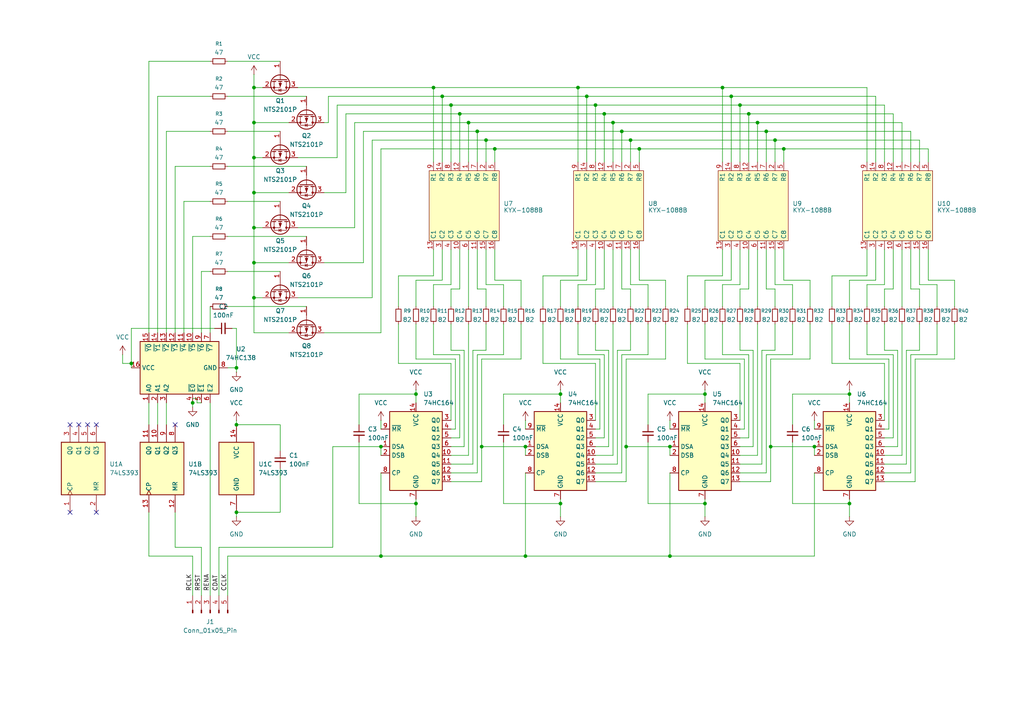
<source format=kicad_sch>
(kicad_sch (version 20250114) (generator "eeschema") (generator_version "9.0")
  (paper "A4")
  (title_block (title "r393c164_32x8") (date "2025-09-25") (rev "R1"))
  (junction (at 209.55 25.4))
  (junction (at 181.61 129.54))
  (junction (at 194.31 129.54))
  (junction (at 73.66 45.72))
  (junction (at 175.26 33.02))
  (junction (at 130.81 30.48))
  (junction (at 152.4 129.54))
  (junction (at 246.38 146.05))
  (junction (at 204.47 114.3))
  (junction (at 167.64 25.4))
  (junction (at 212.09 27.94))
  (junction (at 152.4 161.29))
  (junction (at 139.7 129.54))
  (junction (at 73.66 25.4))
  (junction (at 182.88 40.64))
  (junction (at 73.66 35.56))
  (junction (at 125.73 25.4))
  (junction (at 227.33 43.18))
  (junction (at 110.49 161.29))
  (junction (at 73.66 66.04))
  (junction (at 246.38 114.3))
  (junction (at 73.66 76.2))
  (junction (at 217.17 33.02))
  (junction (at 223.52 129.54))
  (junction (at 120.65 146.05))
  (junction (at 135.89 35.56))
  (junction (at 219.71 35.56))
  (junction (at 214.63 30.48))
  (junction (at 143.51 43.18))
  (junction (at 177.8 35.56))
  (junction (at 222.25 38.1))
  (junction (at 73.66 55.88))
  (junction (at 68.58 123.19))
  (junction (at 140.97 40.64))
  (junction (at 138.43 38.1))
  (junction (at 194.31 161.29))
  (junction (at 172.72 30.48))
  (junction (at 185.42 43.18))
  (junction (at 55.88 116.84))
  (junction (at 224.79 40.64))
  (junction (at 162.56 146.05))
  (junction (at 180.34 38.1))
  (junction (at 110.49 129.54))
  (junction (at 68.58 106.68))
  (junction (at 236.22 129.54))
  (junction (at 128.27 27.94))
  (junction (at 162.56 114.3))
  (junction (at 133.35 33.02))
  (junction (at 170.18 27.94))
  (junction (at 68.58 148.59))
  (junction (at 204.47 146.05))
  (junction (at 38.1 105.41))
  (junction (at 120.65 114.3))
  (junction (at 73.66 86.36))
  (no_connect (at 22.86 123.19))
  (no_connect (at 20.32 148.59))
  (no_connect (at 20.32 123.19))
  (no_connect (at 27.94 123.19))
  (no_connect (at 50.8 123.19))
  (no_connect (at 27.94 148.59))
  (no_connect (at 25.4 123.19))
  (wire (pts (xy 212.09 72.39) (xy 212.09 81.28)))
  (wire (pts (xy 194.31 137.16) (xy 194.31 161.29)))
  (wire (pts (xy 246.38 81.28) (xy 254 81.28)))
  (wire (pts (xy 140.97 93.98) (xy 140.97 101.6)))
  (wire (pts (xy 269.24 43.18) (xy 227.33 43.18)))
  (wire (pts (xy 146.05 128.27) (xy 146.05 146.05)))
  (wire (pts (xy 73.66 55.88) (xy 73.66 66.04)))
  (wire (pts (xy 146.05 114.3) (xy 162.56 114.3)))
  (wire (pts (xy 140.97 101.6) (xy 137.16 101.6)))
  (wire (pts (xy 130.81 83.82) (xy 130.81 88.9)))
  (wire (pts (xy 133.35 102.87) (xy 133.35 127)))
  (wire (pts (xy 125.73 93.98) (xy 125.73 102.87)))
  (wire (pts (xy 96.52 158.75) (xy 63.5 158.75)))
  (wire (pts (xy 259.08 127) (xy 259.08 102.87)))
  (wire (pts (xy 170.18 27.94) (xy 128.27 27.94)))
  (wire (pts (xy 107.95 86.36) (xy 86.36 86.36)))
  (wire (pts (xy 265.43 139.7) (xy 256.54 139.7)))
  (wire (pts (xy 172.72 30.48) (xy 130.81 30.48)))
  (wire (pts (xy 130.81 124.46) (xy 132.08 124.46)))
  (wire (pts (xy 60.96 38.1) (xy 48.26 38.1)))
  (wire (pts (xy 53.34 58.42) (xy 53.34 96.52)))
  (wire (pts (xy 125.73 80.01) (xy 125.73 72.39)))
  (wire (pts (xy 204.47 81.28) (xy 204.47 88.9)))
  (wire (pts (xy 223.52 104.14) (xy 223.52 129.54)))
  (wire (pts (xy 224.79 82.55) (xy 229.87 82.55)))
  (wire (pts (xy 57.15 116.84) (xy 57.15 115.57)))
  (wire (pts (xy 35.56 102.87) (xy 35.56 105.41)))
  (wire (pts (xy 236.22 161.29) (xy 194.31 161.29)))
  (wire (pts (xy 229.87 102.87) (xy 229.87 93.98)))
  (wire (pts (xy 97.79 30.48) (xy 130.81 30.48)))
  (wire (pts (xy 264.16 102.87) (xy 271.78 102.87)))
  (wire (pts (xy 73.66 35.56) (xy 73.66 25.4)))
  (wire (pts (xy 48.26 116.84) (xy 48.26 123.19)))
  (wire (pts (xy 167.64 72.39) (xy 167.64 80.01)))
  (wire (pts (xy 229.87 82.55) (xy 229.87 88.9)))
  (wire (pts (xy 138.43 102.87) (xy 146.05 102.87)))
  (wire (pts (xy 177.8 35.56) (xy 135.89 35.56)))
  (wire (pts (xy 217.17 33.02) (xy 175.26 33.02)))
  (wire (pts (xy 81.28 123.19) (xy 68.58 123.19)))
  (wire (pts (xy 209.55 88.9) (xy 209.55 82.55)))
  (wire (pts (xy 266.7 46.99) (xy 266.7 40.64)))
  (wire (pts (xy 179.07 101.6) (xy 182.88 101.6)))
  (wire (pts (xy 229.87 114.3) (xy 246.38 114.3)))
  (wire (pts (xy 139.7 104.14) (xy 139.7 129.54)))
  (wire (pts (xy 261.62 72.39) (xy 261.62 88.9)))
  (wire (pts (xy 276.86 81.28) (xy 276.86 88.9)))
  (wire (pts (xy 276.86 104.14) (xy 265.43 104.14)))
  (wire (pts (xy 254 46.99) (xy 254 27.94)))
  (wire (pts (xy 115.57 88.9) (xy 115.57 80.01)))
  (wire (pts (xy 140.97 83.82) (xy 140.97 88.9)))
  (wire (pts (xy 172.72 139.7) (xy 181.61 139.7)))
  (wire (pts (xy 143.51 43.18) (xy 143.51 46.99)))
  (wire (pts (xy 222.25 72.39) (xy 222.25 83.82)))
  (wire (pts (xy 73.66 55.88) (xy 73.66 45.72)))
  (wire (pts (xy 236.22 137.16) (xy 236.22 161.29)))
  (wire (pts (xy 224.79 72.39) (xy 224.79 82.55)))
  (wire (pts (xy 241.3 80.01) (xy 251.46 80.01)))
  (wire (pts (xy 50.8 158.75) (xy 58.42 158.75)))
  (wire (pts (xy 50.8 148.59) (xy 50.8 158.75)))
  (wire (pts (xy 182.88 46.99) (xy 182.88 40.64)))
  (wire (pts (xy 266.7 72.39) (xy 266.7 82.55)))
  (wire (pts (xy 104.14 128.27) (xy 104.14 146.05)))
  (wire (pts (xy 172.72 93.98) (xy 172.72 101.6)))
  (wire (pts (xy 229.87 123.19) (xy 229.87 114.3)))
  (wire (pts (xy 266.7 88.9) (xy 266.7 83.82)))
  (wire (pts (xy 137.16 134.62) (xy 130.81 134.62)))
  (wire (pts (xy 176.53 129.54) (xy 172.72 129.54)))
  (wire (pts (xy 139.7 129.54) (xy 139.7 139.7)))
  (wire (pts (xy 58.42 158.75) (xy 58.42 172.72)))
  (wire (pts (xy 227.33 81.28) (xy 234.95 81.28)))
  (wire (pts (xy 259.08 83.82) (xy 256.54 83.82)))
  (wire (pts (xy 261.62 93.98) (xy 261.62 132.08)))
  (wire (pts (xy 81.28 135.89) (xy 81.28 148.59)))
  (wire (pts (xy 256.54 46.99) (xy 256.54 30.48)))
  (wire (pts (xy 66.04 58.42) (xy 81.28 58.42)))
  (wire (pts (xy 175.26 83.82) (xy 175.26 72.39)))
  (wire (pts (xy 180.34 137.16) (xy 172.72 137.16)))
  (wire (pts (xy 177.8 93.98) (xy 177.8 132.08)))
  (wire (pts (xy 167.64 93.98) (xy 167.64 102.87)))
  (wire (pts (xy 120.65 104.14) (xy 132.08 104.14)))
  (wire (pts (xy 140.97 82.55) (xy 146.05 82.55)))
  (wire (pts (xy 260.35 101.6) (xy 260.35 129.54)))
  (wire (pts (xy 217.17 83.82) (xy 214.63 83.82)))
  (wire (pts (xy 234.95 81.28) (xy 234.95 88.9)))
  (wire (pts (xy 209.55 93.98) (xy 209.55 102.87)))
  (wire (pts (xy 222.25 102.87) (xy 229.87 102.87)))
  (wire (pts (xy 220.98 101.6) (xy 224.79 101.6)))
  (wire (pts (xy 73.66 86.36) (xy 76.2 86.36)))
  (wire (pts (xy 256.54 93.98) (xy 256.54 101.6)))
  (wire (pts (xy 209.55 80.01) (xy 209.55 72.39)))
  (wire (pts (xy 214.63 82.55) (xy 214.63 72.39)))
  (wire (pts (xy 194.31 129.54) (xy 194.31 132.08)))
  (wire (pts (xy 256.54 101.6) (xy 260.35 101.6)))
  (wire (pts (xy 222.25 83.82) (xy 224.79 83.82)))
  (wire (pts (xy 215.9 104.14) (xy 215.9 124.46)))
  (wire (pts (xy 57.15 115.57) (xy 55.88 115.57)))
  (wire (pts (xy 241.3 105.41) (xy 256.54 105.41)))
  (wire (pts (xy 209.55 46.99) (xy 209.55 25.4)))
  (wire (pts (xy 187.96 82.55) (xy 187.96 88.9)))
  (wire (pts (xy 181.61 104.14) (xy 181.61 129.54)))
  (wire (pts (xy 68.58 106.68) (xy 68.58 107.95)))
  (wire (pts (xy 73.66 35.56) (xy 83.82 35.56)))
  (wire (pts (xy 187.96 102.87) (xy 180.34 102.87)))
  (wire (pts (xy 246.38 104.14) (xy 257.81 104.14)))
  (wire (pts (xy 110.49 129.54) (xy 96.52 129.54)))
  (wire (pts (xy 172.72 46.99) (xy 172.72 30.48)))
  (wire (pts (xy 162.56 104.14) (xy 173.99 104.14)))
  (wire (pts (xy 182.88 82.55) (xy 187.96 82.55)))
  (wire (pts (xy 227.33 46.99) (xy 227.33 43.18)))
  (wire (pts (xy 76.2 25.4) (xy 73.66 25.4)))
  (wire (pts (xy 43.18 161.29) (xy 55.88 161.29)))
  (wire (pts (xy 180.34 46.99) (xy 180.34 38.1)))
  (wire (pts (xy 138.43 38.1) (xy 138.43 46.99)))
  (wire (pts (xy 120.65 113.03) (xy 120.65 114.3)))
  (wire (pts (xy 185.42 46.99) (xy 185.42 43.18)))
  (wire (pts (xy 256.54 82.55) (xy 251.46 82.55)))
  (wire (pts (xy 224.79 83.82) (xy 224.79 88.9)))
  (wire (pts (xy 38.1 106.68) (xy 38.1 105.41)))
  (wire (pts (xy 66.04 27.94) (xy 88.9 27.94)))
  (wire (pts (xy 209.55 25.4) (xy 167.64 25.4)))
  (wire (pts (xy 162.56 81.28) (xy 170.18 81.28)))
  (wire (pts (xy 125.73 102.87) (xy 133.35 102.87)))
  (wire (pts (xy 251.46 82.55) (xy 251.46 88.9)))
  (wire (pts (xy 180.34 38.1) (xy 138.43 38.1)))
  (wire (pts (xy 96.52 129.54) (xy 96.52 158.75)))
  (wire (pts (xy 219.71 46.99) (xy 219.71 35.56)))
  (wire (pts (xy 217.17 127) (xy 214.63 127)))
  (wire (pts (xy 187.96 128.27) (xy 187.96 146.05)))
  (wire (pts (xy 177.8 132.08) (xy 172.72 132.08)))
  (wire (pts (xy 128.27 46.99) (xy 128.27 27.94)))
  (wire (pts (xy 172.72 101.6) (xy 176.53 101.6)))
  (wire (pts (xy 246.38 88.9) (xy 246.38 81.28)))
  (wire (pts (xy 128.27 72.39) (xy 128.27 81.28)))
  (wire (pts (xy 152.4 121.92) (xy 152.4 124.46)))
  (wire (pts (xy 73.66 55.88) (xy 83.82 55.88)))
  (wire (pts (xy 45.72 116.84) (xy 45.72 123.19)))
  (wire (pts (xy 60.96 116.84) (xy 60.96 172.72)))
  (wire (pts (xy 60.96 58.42) (xy 53.34 58.42)))
  (wire (pts (xy 266.7 83.82) (xy 264.16 83.82)))
  (wire (pts (xy 63.5 158.75) (xy 63.5 172.72)))
  (wire (pts (xy 256.54 129.54) (xy 260.35 129.54)))
  (wire (pts (xy 257.81 124.46) (xy 256.54 124.46)))
  (wire (pts (xy 204.47 104.14) (xy 215.9 104.14)))
  (wire (pts (xy 261.62 35.56) (xy 219.71 35.56)))
  (wire (pts (xy 95.25 27.94) (xy 95.25 35.56)))
  (wire (pts (xy 57.15 116.84) (xy 58.42 116.84)))
  (wire (pts (xy 180.34 72.39) (xy 180.34 83.82)))
  (wire (pts (xy 133.35 72.39) (xy 133.35 83.82)))
  (wire (pts (xy 146.05 82.55) (xy 146.05 88.9)))
  (wire (pts (xy 134.62 129.54) (xy 130.81 129.54)))
  (wire (pts (xy 167.64 80.01) (xy 157.48 80.01)))
  (wire (pts (xy 97.79 45.72) (xy 97.79 30.48)))
  (wire (pts (xy 227.33 72.39) (xy 227.33 81.28)))
  (wire (pts (xy 135.89 132.08) (xy 130.81 132.08)))
  (wire (pts (xy 175.26 127) (xy 172.72 127)))
  (wire (pts (xy 236.22 121.92) (xy 236.22 124.46)))
  (wire (pts (xy 100.33 33.02) (xy 100.33 55.88)))
  (wire (pts (xy 143.51 72.39) (xy 143.51 81.28)))
  (wire (pts (xy 152.4 161.29) (xy 152.4 137.16)))
  (wire (pts (xy 246.38 93.98) (xy 246.38 104.14)))
  (wire (pts (xy 214.63 93.98) (xy 214.63 101.6)))
  (wire (pts (xy 146.05 102.87) (xy 146.05 93.98)))
  (wire (pts (xy 107.95 40.64) (xy 107.95 86.36)))
  (wire (pts (xy 133.35 83.82) (xy 130.81 83.82)))
  (wire (pts (xy 43.18 161.29) (xy 43.18 148.59)))
  (wire (pts (xy 43.18 17.78) (xy 43.18 96.52)))
  (wire (pts (xy 193.04 81.28) (xy 193.04 88.9)))
  (wire (pts (xy 256.54 105.41) (xy 256.54 121.92)))
  (wire (pts (xy 214.63 137.16) (xy 222.25 137.16)))
  (wire (pts (xy 130.81 137.16) (xy 138.43 137.16)))
  (wire (pts (xy 67.31 95.25) (xy 68.58 95.25)))
  (wire (pts (xy 259.08 102.87) (xy 251.46 102.87)))
  (wire (pts (xy 66.04 78.74) (xy 81.28 78.74)))
  (wire (pts (xy 179.07 134.62) (xy 179.07 101.6)))
  (wire (pts (xy 76.2 45.72) (xy 73.66 45.72)))
  (wire (pts (xy 214.63 139.7) (xy 223.52 139.7)))
  (wire (pts (xy 194.31 121.92) (xy 194.31 124.46)))
  (wire (pts (xy 152.4 161.29) (xy 110.49 161.29)))
  (wire (pts (xy 93.98 76.2) (xy 105.41 76.2)))
  (wire (pts (xy 140.97 40.64) (xy 107.95 40.64)))
  (wire (pts (xy 217.17 46.99) (xy 217.17 33.02)))
  (wire (pts (xy 271.78 102.87) (xy 271.78 93.98)))
  (wire (pts (xy 172.72 105.41) (xy 157.48 105.41)))
  (wire (pts (xy 128.27 27.94) (xy 95.25 27.94)))
  (wire (pts (xy 105.41 76.2) (xy 105.41 38.1)))
  (wire (pts (xy 180.34 102.87) (xy 180.34 137.16)))
  (wire (pts (xy 130.81 105.41) (xy 115.57 105.41)))
  (wire (pts (xy 134.62 101.6) (xy 134.62 129.54)))
  (wire (pts (xy 105.41 38.1) (xy 138.43 38.1)))
  (wire (pts (xy 224.79 40.64) (xy 182.88 40.64)))
  (wire (pts (xy 209.55 82.55) (xy 214.63 82.55)))
  (wire (pts (xy 115.57 105.41) (xy 115.57 93.98)))
  (wire (pts (xy 222.25 38.1) (xy 180.34 38.1)))
  (wire (pts (xy 212.09 27.94) (xy 170.18 27.94)))
  (wire (pts (xy 73.66 76.2) (xy 73.66 66.04)))
  (wire (pts (xy 132.08 104.14) (xy 132.08 124.46)))
  (wire (pts (xy 223.52 129.54) (xy 236.22 129.54)))
  (wire (pts (xy 73.66 21.59) (xy 73.66 25.4)))
  (wire (pts (xy 220.98 134.62) (xy 220.98 101.6)))
  (wire (pts (xy 212.09 46.99) (xy 212.09 27.94)))
  (wire (pts (xy 214.63 105.41) (xy 214.63 121.92)))
  (wire (pts (xy 130.81 139.7) (xy 139.7 139.7)))
  (wire (pts (xy 187.96 114.3) (xy 204.47 114.3)))
  (wire (pts (xy 120.65 81.28) (xy 120.65 88.9)))
  (wire (pts (xy 262.89 101.6) (xy 262.89 134.62)))
  (wire (pts (xy 55.88 115.57) (xy 55.88 116.84)))
  (wire (pts (xy 151.13 93.98) (xy 151.13 104.14)))
  (wire (pts (xy 66.04 38.1) (xy 81.28 38.1)))
  (wire (pts (xy 60.96 88.9) (xy 60.96 96.52)))
  (wire (pts (xy 256.54 72.39) (xy 256.54 82.55)))
  (wire (pts (xy 217.17 102.87) (xy 217.17 127)))
  (wire (pts (xy 212.09 81.28) (xy 204.47 81.28)))
  (wire (pts (xy 110.49 129.54) (xy 110.49 132.08)))
  (wire (pts (xy 146.05 123.19) (xy 146.05 114.3)))
  (wire (pts (xy 104.14 123.19) (xy 104.14 114.3)))
  (wire (pts (xy 130.81 101.6) (xy 134.62 101.6)))
  (wire (pts (xy 172.72 121.92) (xy 172.72 105.41)))
  (wire (pts (xy 100.33 55.88) (xy 93.98 55.88)))
  (wire (pts (xy 58.42 78.74) (xy 58.42 96.52)))
  (wire (pts (xy 110.49 161.29) (xy 66.04 161.29)))
  (wire (pts (xy 214.63 101.6) (xy 218.44 101.6)))
  (wire (pts (xy 217.17 72.39) (xy 217.17 83.82)))
  (wire (pts (xy 266.7 93.98) (xy 266.7 101.6)))
  (wire (pts (xy 204.47 144.78) (xy 204.47 146.05)))
  (wire (pts (xy 135.89 35.56) (xy 102.87 35.56)))
  (wire (pts (xy 93.98 96.52) (xy 110.49 96.52)))
  (wire (pts (xy 151.13 104.14) (xy 139.7 104.14)))
  (wire (pts (xy 167.64 46.99) (xy 167.64 25.4)))
  (wire (pts (xy 276.86 93.98) (xy 276.86 104.14)))
  (wire (pts (xy 172.72 134.62) (xy 179.07 134.62)))
  (wire (pts (xy 86.36 45.72) (xy 97.79 45.72)))
  (wire (pts (xy 182.88 101.6) (xy 182.88 93.98)))
  (wire (pts (xy 204.47 114.3) (xy 204.47 116.84)))
  (wire (pts (xy 73.66 76.2) (xy 73.66 86.36)))
  (wire (pts (xy 182.88 72.39) (xy 182.88 82.55)))
  (wire (pts (xy 223.52 129.54) (xy 223.52 139.7)))
  (wire (pts (xy 110.49 121.92) (xy 110.49 124.46)))
  (wire (pts (xy 219.71 132.08) (xy 214.63 132.08)))
  (wire (pts (xy 102.87 66.04) (xy 86.36 66.04)))
  (wire (pts (xy 180.34 83.82) (xy 182.88 83.82)))
  (wire (pts (xy 266.7 40.64) (xy 224.79 40.64)))
  (wire (pts (xy 251.46 102.87) (xy 251.46 93.98)))
  (wire (pts (xy 151.13 81.28) (xy 151.13 88.9)))
  (wire (pts (xy 214.63 83.82) (xy 214.63 88.9)))
  (wire (pts (xy 128.27 81.28) (xy 120.65 81.28)))
  (wire (pts (xy 140.97 72.39) (xy 140.97 82.55)))
  (wire (pts (xy 143.51 81.28) (xy 151.13 81.28)))
  (wire (pts (xy 199.39 93.98) (xy 199.39 105.41)))
  (wire (pts (xy 269.24 46.99) (xy 269.24 43.18)))
  (wire (pts (xy 251.46 25.4) (xy 209.55 25.4)))
  (wire (pts (xy 264.16 137.16) (xy 264.16 102.87)))
  (wire (pts (xy 73.66 96.52) (xy 73.66 86.36)))
  (wire (pts (xy 219.71 35.56) (xy 177.8 35.56)))
  (wire (pts (xy 256.54 83.82) (xy 256.54 88.9)))
  (wire (pts (xy 102.87 35.56) (xy 102.87 66.04)))
  (wire (pts (xy 199.39 80.01) (xy 209.55 80.01)))
  (wire (pts (xy 185.42 72.39) (xy 185.42 81.28)))
  (wire (pts (xy 246.38 144.78) (xy 246.38 146.05)))
  (wire (pts (xy 257.81 104.14) (xy 257.81 124.46)))
  (wire (pts (xy 167.64 102.87) (xy 175.26 102.87)))
  (wire (pts (xy 125.73 88.9) (xy 125.73 82.55)))
  (wire (pts (xy 86.36 25.4) (xy 125.73 25.4)))
  (wire (pts (xy 135.89 93.98) (xy 135.89 132.08)))
  (wire (pts (xy 269.24 81.28) (xy 276.86 81.28)))
  (wire (pts (xy 162.56 88.9) (xy 162.56 81.28)))
  (wire (pts (xy 157.48 80.01) (xy 157.48 88.9)))
  (wire (pts (xy 175.26 33.02) (xy 133.35 33.02)))
  (wire (pts (xy 137.16 101.6) (xy 137.16 134.62)))
  (wire (pts (xy 209.55 102.87) (xy 217.17 102.87)))
  (wire (pts (xy 256.54 132.08) (xy 261.62 132.08)))
  (wire (pts (xy 246.38 146.05) (xy 246.38 149.86)))
  (wire (pts (xy 55.88 116.84) (xy 55.88 118.11)))
  (wire (pts (xy 138.43 72.39) (xy 138.43 83.82)))
  (wire (pts (xy 66.04 68.58) (xy 88.9 68.58)))
  (wire (pts (xy 146.05 146.05) (xy 162.56 146.05)))
  (wire (pts (xy 167.64 25.4) (xy 125.73 25.4)))
  (wire (pts (xy 204.47 113.03) (xy 204.47 114.3)))
  (wire (pts (xy 120.65 146.05) (xy 120.65 149.86)))
  (wire (pts (xy 224.79 101.6) (xy 224.79 93.98)))
  (wire (pts (xy 133.35 127) (xy 130.81 127)))
  (wire (pts (xy 81.28 148.59) (xy 68.58 148.59)))
  (wire (pts (xy 193.04 93.98) (xy 193.04 104.14)))
  (wire (pts (xy 259.08 46.99) (xy 259.08 33.02)))
  (wire (pts (xy 66.04 161.29) (xy 66.04 172.72)))
  (wire (pts (xy 204.47 146.05) (xy 204.47 149.86)))
  (wire (pts (xy 83.82 96.52) (xy 73.66 96.52)))
  (wire (pts (xy 172.72 88.9) (xy 172.72 83.82)))
  (wire (pts (xy 138.43 137.16) (xy 138.43 102.87)))
  (wire (pts (xy 261.62 46.99) (xy 261.62 35.56)))
  (wire (pts (xy 157.48 93.98) (xy 157.48 105.41)))
  (wire (pts (xy 130.81 93.98) (xy 130.81 101.6)))
  (wire (pts (xy 229.87 128.27) (xy 229.87 146.05)))
  (wire (pts (xy 60.96 68.58) (xy 55.88 68.58)))
  (wire (pts (xy 251.46 46.99) (xy 251.46 25.4)))
  (wire (pts (xy 162.56 144.78) (xy 162.56 146.05)))
  (wire (pts (xy 172.72 83.82) (xy 175.26 83.82)))
  (wire (pts (xy 264.16 46.99) (xy 264.16 38.1)))
  (wire (pts (xy 162.56 93.98) (xy 162.56 104.14)))
  (wire (pts (xy 259.08 72.39) (xy 259.08 83.82)))
  (wire (pts (xy 130.81 82.55) (xy 130.81 72.39)))
  (wire (pts (xy 264.16 83.82) (xy 264.16 72.39)))
  (wire (pts (xy 125.73 25.4) (xy 125.73 46.99)))
  (wire (pts (xy 140.97 46.99) (xy 140.97 40.64)))
  (wire (pts (xy 110.49 43.18) (xy 143.51 43.18)))
  (wire (pts (xy 162.56 114.3) (xy 162.56 116.84)))
  (wire (pts (xy 218.44 101.6) (xy 218.44 129.54)))
  (wire (pts (xy 35.56 105.41) (xy 38.1 105.41)))
  (wire (pts (xy 48.26 38.1) (xy 48.26 96.52)))
  (wire (pts (xy 60.96 17.78) (xy 43.18 17.78)))
  (wire (pts (xy 177.8 72.39) (xy 177.8 88.9)))
  (wire (pts (xy 76.2 66.04) (xy 73.66 66.04)))
  (wire (pts (xy 227.33 43.18) (xy 185.42 43.18)))
  (wire (pts (xy 266.7 82.55) (xy 271.78 82.55)))
  (wire (pts (xy 185.42 81.28) (xy 193.04 81.28)))
  (wire (pts (xy 241.3 80.01) (xy 241.3 88.9)))
  (wire (pts (xy 199.39 105.41) (xy 214.63 105.41)))
  (wire (pts (xy 162.56 146.05) (xy 162.56 149.86)))
  (wire (pts (xy 256.54 137.16) (xy 264.16 137.16)))
  (wire (pts (xy 66.04 106.68) (xy 68.58 106.68)))
  (wire (pts (xy 172.72 82.55) (xy 167.64 82.55)))
  (wire (pts (xy 266.7 101.6) (xy 262.89 101.6)))
  (wire (pts (xy 214.63 46.99) (xy 214.63 30.48)))
  (wire (pts (xy 259.08 33.02) (xy 217.17 33.02)))
  (wire (pts (xy 175.26 102.87) (xy 175.26 127)))
  (wire (pts (xy 181.61 129.54) (xy 181.61 139.7)))
  (wire (pts (xy 120.65 114.3) (xy 120.65 116.84)))
  (wire (pts (xy 81.28 123.19) (xy 81.28 130.81)))
  (wire (pts (xy 170.18 46.99) (xy 170.18 27.94)))
  (wire (pts (xy 133.35 46.99) (xy 133.35 33.02)))
  (wire (pts (xy 269.24 72.39) (xy 269.24 81.28)))
  (wire (pts (xy 234.95 93.98) (xy 234.95 104.14)))
  (wire (pts (xy 254 81.28) (xy 254 72.39)))
  (wire (pts (xy 167.64 82.55) (xy 167.64 88.9)))
  (wire (pts (xy 60.96 48.26) (xy 50.8 48.26)))
  (wire (pts (xy 135.89 46.99) (xy 135.89 35.56)))
  (wire (pts (xy 60.96 78.74) (xy 58.42 78.74)))
  (wire (pts (xy 251.46 80.01) (xy 251.46 72.39)))
  (wire (pts (xy 104.14 114.3) (xy 120.65 114.3)))
  (wire (pts (xy 138.43 83.82) (xy 140.97 83.82)))
  (wire (pts (xy 68.58 121.92) (xy 68.58 123.19)))
  (wire (pts (xy 55.88 68.58) (xy 55.88 96.52)))
  (wire (pts (xy 246.38 113.03) (xy 246.38 114.3)))
  (wire (pts (xy 162.56 113.03) (xy 162.56 114.3)))
  (wire (pts (xy 55.88 161.29) (xy 55.88 172.72)))
  (wire (pts (xy 194.31 161.29) (xy 152.4 161.29)))
  (wire (pts (xy 219.71 72.39) (xy 219.71 88.9)))
  (wire (pts (xy 68.58 149.86) (xy 68.58 148.59)))
  (wire (pts (xy 130.81 30.48) (xy 130.81 46.99)))
  (wire (pts (xy 110.49 96.52) (xy 110.49 43.18)))
  (wire (pts (xy 43.18 116.84) (xy 43.18 123.19)))
  (wire (pts (xy 229.87 146.05) (xy 246.38 146.05)))
  (wire (pts (xy 170.18 81.28) (xy 170.18 72.39)))
  (wire (pts (xy 271.78 82.55) (xy 271.78 88.9)))
  (wire (pts (xy 187.96 123.19) (xy 187.96 114.3)))
  (wire (pts (xy 115.57 80.01) (xy 125.73 80.01)))
  (wire (pts (xy 219.71 93.98) (xy 219.71 132.08)))
  (wire (pts (xy 222.25 137.16) (xy 222.25 102.87)))
  (wire (pts (xy 254 27.94) (xy 212.09 27.94)))
  (wire (pts (xy 259.08 127) (xy 256.54 127)))
  (wire (pts (xy 104.14 146.05) (xy 120.65 146.05)))
  (wire (pts (xy 172.72 72.39) (xy 172.72 82.55)))
  (wire (pts (xy 110.49 161.29) (xy 110.49 137.16)))
  (wire (pts (xy 265.43 104.14) (xy 265.43 139.7)))
  (wire (pts (xy 222.25 46.99) (xy 222.25 38.1)))
  (wire (pts (xy 66.04 88.9) (xy 88.9 88.9)))
  (wire (pts (xy 173.99 124.46) (xy 172.72 124.46)))
  (wire (pts (xy 152.4 129.54) (xy 152.4 132.08)))
  (wire (pts (xy 130.81 121.92) (xy 130.81 105.41)))
  (wire (pts (xy 60.96 27.94) (xy 45.72 27.94)))
  (wire (pts (xy 139.7 129.54) (xy 152.4 129.54)))
  (wire (pts (xy 234.95 104.14) (xy 223.52 104.14)))
  (wire (pts (xy 256.54 30.48) (xy 214.63 30.48)))
  (wire (pts (xy 214.63 30.48) (xy 172.72 30.48)))
  (wire (pts (xy 182.88 40.64) (xy 140.97 40.64)))
  (wire (pts (xy 181.61 129.54) (xy 194.31 129.54)))
  (wire (pts (xy 182.88 83.82) (xy 182.88 88.9)))
  (wire (pts (xy 214.63 134.62) (xy 220.98 134.62)))
  (wire (pts (xy 66.04 17.78) (xy 81.28 17.78)))
  (wire (pts (xy 120.65 144.78) (xy 120.65 146.05)))
  (wire (pts (xy 246.38 114.3) (xy 246.38 116.84)))
  (wire (pts (xy 133.35 33.02) (xy 100.33 33.02)))
  (wire (pts (xy 68.58 95.25) (xy 68.58 106.68)))
  (wire (pts (xy 62.23 95.25) (xy 38.1 95.25)))
  (wire (pts (xy 177.8 46.99) (xy 177.8 35.56)))
  (wire (pts (xy 125.73 82.55) (xy 130.81 82.55)))
  (wire (pts (xy 204.47 93.98) (xy 204.47 104.14)))
  (wire (pts (xy 193.04 104.14) (xy 181.61 104.14)))
  (wire (pts (xy 173.99 104.14) (xy 173.99 124.46)))
  (wire (pts (xy 45.72 27.94) (xy 45.72 96.52)))
  (wire (pts (xy 214.63 129.54) (xy 218.44 129.54)))
  (wire (pts (xy 262.89 134.62) (xy 256.54 134.62)))
  (wire (pts (xy 135.89 72.39) (xy 135.89 88.9)))
  (wire (pts (xy 187.96 146.05) (xy 204.47 146.05)))
  (wire (pts (xy 73.66 35.56) (xy 73.66 45.72)))
  (wire (pts (xy 175.26 46.99) (xy 175.26 33.02)))
  (wire (pts (xy 224.79 46.99) (xy 224.79 40.64)))
  (wire (pts (xy 215.9 124.46) (xy 214.63 124.46)))
  (wire (pts (xy 38.1 95.25) (xy 38.1 105.41)))
  (wire (pts (xy 50.8 48.26) (xy 50.8 96.52)))
  (wire (pts (xy 236.22 129.54) (xy 236.22 132.08)))
  (wire (pts (xy 264.16 38.1) (xy 222.25 38.1)))
  (wire (pts (xy 66.04 48.26) (xy 88.9 48.26)))
  (wire (pts (xy 185.42 43.18) (xy 143.51 43.18)))
  (wire (pts (xy 73.66 76.2) (xy 83.82 76.2)))
  (wire (pts (xy 120.65 93.98) (xy 120.65 104.14)))
  (wire (pts (xy 199.39 88.9) (xy 199.39 80.01)))
  (wire (pts (xy 95.25 35.56) (xy 93.98 35.56)))
  (wire (pts (xy 176.53 101.6) (xy 176.53 129.54)))
  (wire (pts (xy 187.96 93.98) (xy 187.96 102.87)))
  (wire (pts (xy 241.3 93.98) (xy 241.3 105.41)))
  (label "RCLK" (at 55.88 171.45 90))
  (label "CDAT" (at 63.5 171.45 90))
  (label "CCLK" (at 66.04 171.45 90))
  (label "RRST" (at 58.42 171.45 90))
  (label "RENA" (at 60.96 171.45 90))
  (symbol (lib_id "Device:R_Small") (at 157.48 91.44 0) (unit 1)
    (property "Reference" "R17" (at 160.02 90.1699 0) (effects (font (size 1.016 1.016))))
    (property "Value" "82" (at 160.02 92.7099 0))
    (property "Footprint" "Resistor_SMD:R_0805_2012Metric_Pad1.20x1.40mm_HandSolder" (effects (hide yes)))
    (property "Description" "Resistor, small symbol" (effects (hide yes)))
  )
  (symbol (lib_id "Device:R_Small") (at 204.47 91.44 0) (unit 1)
    (property "Reference" "R26" (at 207.01 90.1699 0) (effects (font (size 1.016 1.016))))
    (property "Value" "82" (at 207.01 92.7099 0))
    (property "Footprint" "Resistor_SMD:R_0805_2012Metric_Pad1.20x1.40mm_HandSolder" (effects (hide yes)))
    (property "Description" "Resistor, small symbol" (effects (hide yes)))
  )
  (symbol (lib_id "Device:R_Small") (at 140.97 91.44 0) (unit 1)
    (property "Reference" "R14" (at 143.51 90.1699 0) (effects (font (size 1.016 1.016))))
    (property "Value" "82" (at 143.51 92.7099 0))
    (property "Footprint" "Resistor_SMD:R_0805_2012Metric_Pad1.20x1.40mm_HandSolder" (effects (hide yes)))
    (property "Description" "Resistor, small symbol" (effects (hide yes)))
  )
  (symbol (lib_id "Transistor_FET:Q_PMOS_GSD") (at 88.9 53.34 270) (unit 1)
    (property "Reference" "Q4" (at 88.9 59.69 90))
    (property "Value" "NTS2101P" (at 88.9 62.23 90))
    (property "Footprint" "Package_TO_SOT_SMD:SOT-23" (effects (hide yes)))
    (property "Description" "P-MOSFET transistor, gate/source/drain" (effects (hide yes)))
  )
  (symbol (lib_id "Transistor_FET:Q_PMOS_GSD") (at 81.28 43.18 270) (unit 1)
    (property "Reference" "Q3" (at 81.28 49.53 90))
    (property "Value" "NTS2101P" (at 81.28 52.07 90))
    (property "Footprint" "Package_TO_SOT_SMD:SOT-23" (effects (hide yes)))
    (property "Description" "P-MOSFET transistor, gate/source/drain" (effects (hide yes)))
  )
  (symbol (lib_id "Device:R_Small") (at 63.5 27.94 90) (unit 1)
    (property "Reference" "R2" (at 63.5 22.86 90) (effects (font (size 1.016 1.016))))
    (property "Value" "47" (at 63.5 25.4 90))
    (property "Footprint" "Resistor_SMD:R_0805_2012Metric_Pad1.20x1.40mm_HandSolder" (effects (hide yes)))
    (property "Description" "Resistor, small symbol" (effects (hide yes)))
  )
  (symbol (lib_id "Device:R_Small") (at 241.3 91.44 0) (unit 1)
    (property "Reference" "R33" (at 243.84 90.1699 0) (effects (font (size 1.016 1.016))))
    (property "Value" "82" (at 243.84 92.7099 0))
    (property "Footprint" "Resistor_SMD:R_0805_2012Metric_Pad1.20x1.40mm_HandSolder" (effects (hide yes)))
    (property "Description" "Resistor, small symbol" (effects (hide yes)))
  )
  (symbol (lib_id "Device:R_Small") (at 167.64 91.44 0) (unit 1)
    (property "Reference" "R19" (at 170.18 90.1699 0) (effects (font (size 1.016 1.016))))
    (property "Value" "82" (at 170.18 92.7099 0))
    (property "Footprint" "Resistor_SMD:R_0805_2012Metric_Pad1.20x1.40mm_HandSolder" (effects (hide yes)))
    (property "Description" "Resistor, small symbol" (effects (hide yes)))
  )
  (symbol (lib_id "Device:R_Small") (at 219.71 91.44 0) (unit 1)
    (property "Reference" "R29" (at 222.25 90.1699 0) (effects (font (size 1.016 1.016))))
    (property "Value" "82" (at 222.25 92.7099 0))
    (property "Footprint" "Resistor_SMD:R_0805_2012Metric_Pad1.20x1.40mm_HandSolder" (effects (hide yes)))
    (property "Description" "Resistor, small symbol" (effects (hide yes)))
  )
  (symbol (lib_id "Device:R_Small") (at 146.05 91.44 0) (unit 1)
    (property "Reference" "R15" (at 148.59 90.1699 0) (effects (font (size 1.016 1.016))))
    (property "Value" "82" (at 148.59 92.7099 0))
    (property "Footprint" "Resistor_SMD:R_0805_2012Metric_Pad1.20x1.40mm_HandSolder" (effects (hide yes)))
    (property "Description" "Resistor, small symbol" (effects (hide yes)))
  )
  (symbol (lib_id "power:GND") (at 68.58 107.95 0) (unit 1)
    (property "Reference" "#PWR012" (effects (hide yes)))
    (property "Value" "GND" (at 68.58 113.03 0))
    (property "Description" "Power symbol creates a global label with name \"GND\" , ground" (effects (hide yes)))
  )
  (symbol (lib_id "Transistor_FET:Q_PMOS_GSD") (at 88.9 73.66 270) (unit 1)
    (property "Reference" "Q6" (at 88.9 80.01 90))
    (property "Value" "NTS2101P" (at 88.9 82.55 90))
    (property "Footprint" "Package_TO_SOT_SMD:SOT-23" (effects (hide yes)))
    (property "Description" "P-MOSFET transistor, gate/source/drain" (effects (hide yes)))
  )
  (symbol (lib_id "Display_DotMatrix:KYX_1088B") (at 134.62 59.69 0) (unit 1)
    (property "Reference" "U7" (at 146.05 59.0549 0) (effects (justify left)))
    (property "Value" "KYX-1088B" (at 146.05 60.96 0) (effects (justify left)))
    (property "Footprint" "Display_DotMatrix:KYX-1088AB" (effects (hide yes)))
  )
  (symbol (lib_id "Device:R_Small") (at 182.88 91.44 0) (unit 1)
    (property "Reference" "R22" (at 185.42 90.1699 0) (effects (font (size 1.016 1.016))))
    (property "Value" "82" (at 185.42 92.7099 0))
    (property "Footprint" "Resistor_SMD:R_0805_2012Metric_Pad1.20x1.40mm_HandSolder" (effects (hide yes)))
    (property "Description" "Resistor, small symbol" (effects (hide yes)))
  )
  (symbol (lib_id "Device:R_Small") (at 151.13 91.44 0) (unit 1)
    (property "Reference" "R16" (at 153.67 90.1699 0) (effects (font (size 1.016 1.016))))
    (property "Value" "82" (at 153.67 92.7099 0))
    (property "Footprint" "Resistor_SMD:R_0805_2012Metric_Pad1.20x1.40mm_HandSolder" (effects (hide yes)))
    (property "Description" "Resistor, small symbol" (effects (hide yes)))
  )
  (symbol (lib_id "Device:R_Small") (at 63.5 88.9 90) (unit 1)
    (property "Reference" "R8" (at 63.5 83.82 90) (effects (font (size 1.016 1.016))))
    (property "Value" "47" (at 63.5 86.36 90))
    (property "Footprint" "Resistor_SMD:R_0805_2012Metric_Pad1.20x1.40mm_HandSolder" (effects (hide yes)))
    (property "Description" "Resistor, small symbol" (effects (hide yes)))
  )
  (symbol (lib_id "power:VCC") (at 35.56 102.87 0) (unit 1)
    (property "Reference" "#PWR011" (effects (hide yes)))
    (property "Value" "VCC" (at 35.56 97.79 0))
    (property "Description" "Power symbol creates a global label with name \"VCC\"" (effects (hide yes)))
  )
  (symbol (lib_id "Connector:Conn_01x05_Pin") (at 60.96 177.8 90) (unit 1)
    (property "Reference" "J1" (at 60.96 180.34 90))
    (property "Value" "Conn_01x05_Pin" (at 60.96 182.88 90))
    (property "Footprint" "Connector_PinHeader_2.54mm:PinHeader_1x05_P2.54mm_Vertical" (effects (hide yes)))
    (property "Description" "Generic connector, single row, 01x05, script generated" (effects (hide yes)))
  )
  (symbol (lib_id "Device:R_Small") (at 125.73 91.44 0) (unit 1)
    (property "Reference" "R11" (at 128.27 90.1699 0) (effects (font (size 1.016 1.016))))
    (property "Value" "82" (at 128.27 92.7099 0))
    (property "Footprint" "Resistor_SMD:R_0805_2012Metric_Pad1.20x1.40mm_HandSolder" (effects (hide yes)))
    (property "Description" "Resistor, small symbol" (effects (hide yes)))
  )
  (symbol (lib_id "Device:R_Small") (at 261.62 91.44 0) (unit 1)
    (property "Reference" "R37" (at 264.16 90.1699 0) (effects (font (size 1.016 1.016))))
    (property "Value" "82" (at 264.16 92.7099 0))
    (property "Footprint" "Resistor_SMD:R_0805_2012Metric_Pad1.20x1.40mm_HandSolder" (effects (hide yes)))
    (property "Description" "Resistor, small symbol" (effects (hide yes)))
  )
  (symbol (lib_id "Device:R_Small") (at 229.87 91.44 0) (unit 1)
    (property "Reference" "R31" (at 232.41 90.1699 0) (effects (font (size 1.016 1.016))))
    (property "Value" "82" (at 232.41 92.7099 0))
    (property "Footprint" "Resistor_SMD:R_0805_2012Metric_Pad1.20x1.40mm_HandSolder" (effects (hide yes)))
    (property "Description" "Resistor, small symbol" (effects (hide yes)))
  )
  (symbol (lib_id "Device:R_Small") (at 135.89 91.44 0) (unit 1)
    (property "Reference" "R13" (at 138.43 90.1699 0) (effects (font (size 1.016 1.016))))
    (property "Value" "82" (at 138.43 92.7099 0))
    (property "Footprint" "Resistor_SMD:R_0805_2012Metric_Pad1.20x1.40mm_HandSolder" (effects (hide yes)))
    (property "Description" "Resistor, small symbol" (effects (hide yes)))
  )
  (symbol (lib_id "Device:R_Small") (at 115.57 91.44 0) (unit 1)
    (property "Reference" "R9" (at 118.11 90.1699 0) (effects (font (size 1.016 1.016))))
    (property "Value" "82" (at 118.11 92.7099 0))
    (property "Footprint" "Resistor_SMD:R_0805_2012Metric_Pad1.20x1.40mm_HandSolder" (effects (hide yes)))
    (property "Description" "Resistor, small symbol" (effects (hide yes)))
  )
  (symbol (lib_id "Device:R_Small") (at 266.7 91.44 0) (unit 1)
    (property "Reference" "R38" (at 269.24 90.1699 0) (effects (font (size 1.016 1.016))))
    (property "Value" "82" (at 269.24 92.7099 0))
    (property "Footprint" "Resistor_SMD:R_0805_2012Metric_Pad1.20x1.40mm_HandSolder" (effects (hide yes)))
    (property "Description" "Resistor, small symbol" (effects (hide yes)))
  )
  (symbol (lib_id "power:VCC") (at 120.65 113.03 0) (unit 1)
    (property "Reference" "#PWR07" (effects (hide yes)))
    (property "Value" "VCC" (at 120.65 107.95 0))
    (property "Description" "Power symbol creates a global label with name \"VCC\"" (effects (hide yes)))
  )
  (symbol (lib_id "Device:C_Small") (at 146.05 125.73 0) (unit 1)
    (property "Reference" "C4" (at 148.59 124.4662 0) (effects (justify left)))
    (property "Value" "100nF" (at 148.59 127.0062 0) (effects (justify left)))
    (property "Footprint" "Capacitor_SMD:C_1206_3216Metric_Pad1.33x1.80mm_HandSolder" (effects (hide yes)))
    (property "Description" "Unpolarized capacitor, small symbol" (effects (hide yes)))
  )
  (symbol (lib_id "74xx:74HC164") (at 162.56 129.54 0) (unit 1)
    (property "Reference" "U4" (at 164.7033 114.3 0) (effects (justify left)))
    (property "Value" "74HC164" (at 164.7033 116.84 0) (effects (justify left)))
    (property "Footprint" "Package_SO:SOIC-14_3.9x8.7mm_P1.27mm" (effects (hide yes)))
    (property "Datasheet" "https://assets.nexperia.com/documents/data-sheet/74HC_HCT164.pdf" (effects (hide yes)))
    (property "Description" "8-bit serial-in parallel-out shift register" (effects (hide yes)))
  )
  (symbol (lib_id "Transistor_FET:Q_PMOS_GSD") (at 81.28 83.82 270) (unit 1)
    (property "Reference" "Q7" (at 81.28 90.17 90))
    (property "Value" "NTS2101P" (at 81.28 92.71 90))
    (property "Footprint" "Package_TO_SOT_SMD:SOT-23" (effects (hide yes)))
    (property "Description" "P-MOSFET transistor, gate/source/drain" (effects (hide yes)))
  )
  (symbol (lib_id "74xx:74HC164") (at 120.65 129.54 0) (unit 1)
    (property "Reference" "U3" (at 122.7933 114.3 0) (effects (justify left)))
    (property "Value" "74HC164" (at 122.7933 116.84 0) (effects (justify left)))
    (property "Footprint" "Package_SO:SOIC-14_3.9x8.7mm_P1.27mm" (effects (hide yes)))
    (property "Datasheet" "https://assets.nexperia.com/documents/data-sheet/74HC_HCT164.pdf" (effects (hide yes)))
    (property "Description" "8-bit serial-in parallel-out shift register" (effects (hide yes)))
  )
  (symbol (lib_id "power:VCC") (at 162.56 113.03 0) (unit 1)
    (property "Reference" "#PWR08" (effects (hide yes)))
    (property "Value" "VCC" (at 162.56 107.95 0))
    (property "Description" "Power symbol creates a global label with name \"VCC\"" (effects (hide yes)))
  )
  (symbol (lib_id "power:GND") (at 246.38 149.86 0) (unit 1)
    (property "Reference" "#PWR06" (effects (hide yes)))
    (property "Value" "GND" (at 246.38 154.94 0))
    (property "Description" "Power symbol creates a global label with name \"GND\" , ground" (effects (hide yes)))
  )
  (symbol (lib_id "Device:R_Small") (at 199.39 91.44 0) (unit 1)
    (property "Reference" "R25" (at 201.93 90.1699 0) (effects (font (size 1.016 1.016))))
    (property "Value" "82" (at 201.93 92.7099 0))
    (property "Footprint" "Resistor_SMD:R_0805_2012Metric_Pad1.20x1.40mm_HandSolder" (effects (hide yes)))
    (property "Description" "Resistor, small symbol" (effects (hide yes)))
  )
  (symbol (lib_id "Device:R_Small") (at 276.86 91.44 0) (unit 1)
    (property "Reference" "R40" (at 279.4 90.1699 0) (effects (font (size 1.016 1.016))))
    (property "Value" "82" (at 279.4 92.7099 0))
    (property "Footprint" "Resistor_SMD:R_0805_2012Metric_Pad1.20x1.40mm_HandSolder" (effects (hide yes)))
    (property "Description" "Resistor, small symbol" (effects (hide yes)))
  )
  (symbol (lib_id "power:VCC") (at 73.66 21.59 0) (unit 1)
    (property "Reference" "#PWR018" (effects (hide yes)))
    (property "Value" "VCC" (at 73.66 16.51 0))
    (property "Description" "Power symbol creates a global label with name \"VCC\"" (effects (hide yes)))
  )
  (symbol (lib_id "Device:R_Small") (at 209.55 91.44 0) (unit 1)
    (property "Reference" "R27" (at 212.09 90.1699 0) (effects (font (size 1.016 1.016))))
    (property "Value" "82" (at 212.09 92.7099 0))
    (property "Footprint" "Resistor_SMD:R_0805_2012Metric_Pad1.20x1.40mm_HandSolder" (effects (hide yes)))
    (property "Description" "Resistor, small symbol" (effects (hide yes)))
  )
  (symbol (lib_id "power:GND") (at 120.65 149.86 0) (unit 1)
    (property "Reference" "#PWR03" (effects (hide yes)))
    (property "Value" "GND" (at 120.65 154.94 0))
    (property "Description" "Power symbol creates a global label with name \"GND\" , ground" (effects (hide yes)))
  )
  (symbol (lib_id "Device:R_Small") (at 130.81 91.44 0) (unit 1)
    (property "Reference" "R12" (at 133.35 90.1699 0) (effects (font (size 1.016 1.016))))
    (property "Value" "82" (at 133.35 92.7099 0))
    (property "Footprint" "Resistor_SMD:R_0805_2012Metric_Pad1.20x1.40mm_HandSolder" (effects (hide yes)))
    (property "Description" "Resistor, small symbol" (effects (hide yes)))
  )
  (symbol (lib_id "Transistor_FET:Q_PMOS_GSD") (at 81.28 22.86 270) (unit 1)
    (property "Reference" "Q1" (at 81.28 29.21 90))
    (property "Value" "NTS2101P" (at 81.28 31.75 90))
    (property "Footprint" "Package_TO_SOT_SMD:SOT-23" (effects (hide yes)))
    (property "Description" "P-MOSFET transistor, gate/source/drain" (effects (hide yes)))
  )
  (symbol (lib_id "Device:R_Small") (at 193.04 91.44 0) (unit 1)
    (property "Reference" "R24" (at 195.58 90.1699 0) (effects (font (size 1.016 1.016))))
    (property "Value" "82" (at 195.58 92.7099 0))
    (property "Footprint" "Resistor_SMD:R_0805_2012Metric_Pad1.20x1.40mm_HandSolder" (effects (hide yes)))
    (property "Description" "Resistor, small symbol" (effects (hide yes)))
  )
  (symbol (lib_id "Device:R_Small") (at 172.72 91.44 0) (unit 1)
    (property "Reference" "R20" (at 175.26 90.1699 0) (effects (font (size 1.016 1.016))))
    (property "Value" "82" (at 175.26 92.7099 0))
    (property "Footprint" "Resistor_SMD:R_0805_2012Metric_Pad1.20x1.40mm_HandSolder" (effects (hide yes)))
    (property "Description" "Resistor, small symbol" (effects (hide yes)))
  )
  (symbol (lib_id "Device:R_Small") (at 214.63 91.44 0) (unit 1)
    (property "Reference" "R28" (at 217.17 90.1699 0) (effects (font (size 1.016 1.016))))
    (property "Value" "82" (at 217.17 92.7099 0))
    (property "Footprint" "Resistor_SMD:R_0805_2012Metric_Pad1.20x1.40mm_HandSolder" (effects (hide yes)))
    (property "Description" "Resistor, small symbol" (effects (hide yes)))
  )
  (symbol (lib_id "74xx:74HC164") (at 246.38 129.54 0) (unit 1)
    (property "Reference" "U6" (at 248.5233 114.3 0) (effects (justify left)))
    (property "Value" "74HC164" (at 248.5233 116.84 0) (effects (justify left)))
    (property "Footprint" "Package_SO:SOIC-14_3.9x8.7mm_P1.27mm" (effects (hide yes)))
    (property "Datasheet" "https://assets.nexperia.com/documents/data-sheet/74HC_HCT164.pdf" (effects (hide yes)))
    (property "Description" "8-bit serial-in parallel-out shift register" (effects (hide yes)))
  )
  (symbol (lib_id "Display_DotMatrix:KYX_1088B") (at 218.44 59.69 0) (unit 1)
    (property "Reference" "U9" (at 229.87 59.0549 0) (effects (justify left)))
    (property "Value" "KYX-1088B" (at 229.87 60.96 0) (effects (justify left)))
    (property "Footprint" "Display_DotMatrix:KYX-1088AB" (effects (hide yes)))
  )
  (symbol (lib_id "Device:R_Small") (at 63.5 58.42 90) (unit 1)
    (property "Reference" "R5" (at 63.5 53.34 90) (effects (font (size 1.016 1.016))))
    (property "Value" "47" (at 63.5 55.88 90))
    (property "Footprint" "Resistor_SMD:R_0805_2012Metric_Pad1.20x1.40mm_HandSolder" (effects (hide yes)))
    (property "Description" "Resistor, small symbol" (effects (hide yes)))
  )
  (symbol (lib_id "Device:R_Small") (at 187.96 91.44 0) (unit 1)
    (property "Reference" "R23" (at 190.5 90.1699 0) (effects (font (size 1.016 1.016))))
    (property "Value" "82" (at 190.5 92.7099 0))
    (property "Footprint" "Resistor_SMD:R_0805_2012Metric_Pad1.20x1.40mm_HandSolder" (effects (hide yes)))
    (property "Description" "Resistor, small symbol" (effects (hide yes)))
  )
  (symbol (lib_id "power:VCC") (at 110.49 121.92 0) (unit 1)
    (property "Reference" "#PWR014" (effects (hide yes)))
    (property "Value" "VCC" (at 110.49 116.84 0))
    (property "Description" "Power symbol creates a global label with name \"VCC\"" (effects (hide yes)))
  )
  (symbol (lib_id "74xx:74HC138") (at 53.34 106.68 90) (unit 1)
    (property "Reference" "U2" (at 69.85 101.2346 90))
    (property "Value" "74HC138" (at 69.85 103.7746 90))
    (property "Footprint" "Package_SO:SOIC-16_3.9x9.9mm_P1.27mm" (effects (hide yes)))
    (property "Datasheet" "http://www.ti.com/lit/ds/symlink/cd74hc238.pdf" (effects (hide yes)))
    (property "Description" "3-to-8 line decoder/multiplexer inverting, DIP-16/SOIC-16/SSOP-16" (effects (hide yes)))
  )
  (symbol (lib_id "power:VCC") (at 236.22 121.92 0) (unit 1)
    (property "Reference" "#PWR017" (effects (hide yes)))
    (property "Value" "VCC" (at 236.22 116.84 0))
    (property "Description" "Power symbol creates a global label with name \"VCC\"" (effects (hide yes)))
  )
  (symbol (lib_id "Transistor_FET:Q_PMOS_GSD") (at 81.28 63.5 270) (unit 1)
    (property "Reference" "Q5" (at 81.28 69.85 90))
    (property "Value" "NTS2101P" (at 81.28 72.39 90))
    (property "Footprint" "Package_TO_SOT_SMD:SOT-23" (effects (hide yes)))
    (property "Description" "P-MOSFET transistor, gate/source/drain" (effects (hide yes)))
  )
  (symbol (lib_id "Transistor_FET:Q_PMOS_GSD") (at 88.9 33.02 270) (unit 1)
    (property "Reference" "Q2" (at 88.9 39.37 90))
    (property "Value" "NTS2101P" (at 88.9 41.91 90))
    (property "Footprint" "Package_TO_SOT_SMD:SOT-23" (effects (hide yes)))
    (property "Description" "P-MOSFET transistor, gate/source/drain" (effects (hide yes)))
  )
  (symbol (lib_id "74xx:74LS393") (at 22.86 135.89 90) (unit 1)
    (property "Reference" "U1" (at 31.75 134.6199 90) (effects (justify right)))
    (property "Value" "74LS393" (at 31.75 137.1599 90) (effects (justify right)))
    (property "Footprint" "Package_SO:SOIC-14_3.9x8.7mm_P1.27mm" (effects (hide yes)))
    (property "Datasheet" "74xx\\74LS393.pdf" (effects (hide yes)))
    (property "Description" "Dual BCD 4-bit counter" (effects (hide yes)))
  )
  (symbol (lib_id "power:VCC") (at 246.38 113.03 0) (unit 1)
    (property "Reference" "#PWR010" (effects (hide yes)))
    (property "Value" "VCC" (effects (hide yes)))
    (property "Description" "Power symbol creates a global label with name \"VCC\"" (effects (hide yes)))
  )
  (symbol (lib_id "Display_DotMatrix:KYX_1088B") (at 176.53 59.69 0) (unit 1)
    (property "Reference" "U8" (at 187.96 59.0549 0) (effects (justify left)))
    (property "Value" "KYX-1088B" (at 187.96 60.96 0) (effects (justify left)))
    (property "Footprint" "Display_DotMatrix:KYX-1088AB" (effects (hide yes)))
  )
  (symbol (lib_id "Device:R_Small") (at 256.54 91.44 0) (unit 1)
    (property "Reference" "R36" (at 259.08 90.1699 0) (effects (font (size 1.016 1.016))))
    (property "Value" "82" (at 259.08 92.7099 0))
    (property "Footprint" "Resistor_SMD:R_0805_2012Metric_Pad1.20x1.40mm_HandSolder" (effects (hide yes)))
    (property "Description" "Resistor, small symbol" (effects (hide yes)))
  )
  (symbol (lib_id "74xx:74LS393") (at 45.72 135.89 90) (unit 2)
    (property "Reference" "U1" (at 54.61 134.6199 90) (effects (justify right)))
    (property "Value" "74LS393" (at 54.61 137.1599 90) (effects (justify right)))
    (property "Footprint" "Package_SO:SOIC-14_3.9x8.7mm_P1.27mm" (effects (hide yes)))
    (property "Datasheet" "74xx\\74LS393.pdf" (effects (hide yes)))
    (property "Description" "Dual BCD 4-bit counter" (effects (hide yes)))
  )
  (symbol (lib_id "Device:C_Small") (at 104.14 125.73 0) (unit 1)
    (property "Reference" "C3" (at 106.68 124.4662 0) (effects (justify left)))
    (property "Value" "100nF" (at 106.68 127.0062 0) (effects (justify left)))
    (property "Footprint" "Capacitor_SMD:C_1206_3216Metric_Pad1.33x1.80mm_HandSolder" (effects (hide yes)))
    (property "Description" "Unpolarized capacitor, small symbol" (effects (hide yes)))
  )
  (symbol (lib_id "Device:R_Small") (at 63.5 17.78 90) (unit 1)
    (property "Reference" "R1" (at 63.5 12.7 90) (effects (font (size 1.016 1.016))))
    (property "Value" "47" (at 63.5 15.24 90))
    (property "Footprint" "Resistor_SMD:R_0805_2012Metric_Pad1.20x1.40mm_HandSolder" (effects (hide yes)))
    (property "Description" "Resistor, small symbol" (effects (hide yes)))
  )
  (symbol (lib_id "Device:C_Small") (at 187.96 125.73 0) (unit 1)
    (property "Reference" "C5" (at 190.5 124.4662 0) (effects (justify left)))
    (property "Value" "100nF" (at 190.5 127.0062 0) (effects (justify left)))
    (property "Footprint" "Capacitor_SMD:C_1206_3216Metric_Pad1.33x1.80mm_HandSolder" (effects (hide yes)))
    (property "Description" "Unpolarized capacitor, small symbol" (effects (hide yes)))
  )
  (symbol (lib_id "power:VCC") (at 204.47 113.03 0) (unit 1)
    (property "Reference" "#PWR09" (effects (hide yes)))
    (property "Value" "VCC" (at 204.47 107.95 0))
    (property "Description" "Power symbol creates a global label with name \"VCC\"" (effects (hide yes)))
  )
  (symbol (lib_id "74xx:74HC164") (at 204.47 129.54 0) (unit 1)
    (property "Reference" "U5" (at 206.6133 114.3 0) (effects (justify left)))
    (property "Value" "74HC164" (at 206.6133 116.84 0) (effects (justify left)))
    (property "Footprint" "Package_SO:SOIC-14_3.9x8.7mm_P1.27mm" (effects (hide yes)))
    (property "Datasheet" "https://assets.nexperia.com/documents/data-sheet/74HC_HCT164.pdf" (effects (hide yes)))
    (property "Description" "8-bit serial-in parallel-out shift register" (effects (hide yes)))
  )
  (symbol (lib_id "Device:C_Small") (at 64.77 95.25 90) (unit 1)
    (property "Reference" "C2" (at 64.7763 88.9 90))
    (property "Value" "100nF" (at 64.7763 91.44 90))
    (property "Footprint" "Capacitor_SMD:C_1206_3216Metric_Pad1.33x1.80mm_HandSolder" (effects (hide yes)))
    (property "Description" "Unpolarized capacitor, small symbol" (effects (hide yes)))
  )
  (symbol (lib_id "Device:R_Small") (at 63.5 48.26 90) (unit 1)
    (property "Reference" "R4" (at 63.5 43.18 90) (effects (font (size 1.016 1.016))))
    (property "Value" "47" (at 63.5 45.72 90))
    (property "Footprint" "Resistor_SMD:R_0805_2012Metric_Pad1.20x1.40mm_HandSolder" (effects (hide yes)))
    (property "Description" "Resistor, small symbol" (effects (hide yes)))
  )
  (symbol (lib_id "Device:C_Small") (at 229.87 125.73 0) (unit 1)
    (property "Reference" "C6" (at 232.41 124.4662 0) (effects (justify left)))
    (property "Value" "100nF" (at 232.41 127.0062 0) (effects (justify left)))
    (property "Footprint" "Capacitor_SMD:C_1206_3216Metric_Pad1.33x1.80mm_HandSolder" (effects (hide yes)))
    (property "Description" "Unpolarized capacitor, small symbol" (effects (hide yes)))
  )
  (symbol (lib_id "Device:C_Small") (at 81.28 133.35 0) (unit 1)
    (property "Reference" "C1" (at 83.82 132.0862 0) (effects (justify left)))
    (property "Value" "100nF" (at 83.82 134.6262 0) (effects (justify left)))
    (property "Footprint" "Capacitor_SMD:C_1206_3216Metric_Pad1.33x1.80mm_HandSolder" (effects (hide yes)))
    (property "Description" "Unpolarized capacitor, small symbol" (effects (hide yes)))
  )
  (symbol (lib_id "power:VCC") (at 68.58 121.92 0) (unit 1)
    (property "Reference" "#PWR01" (effects (hide yes)))
    (property "Value" "VCC" (at 68.58 116.84 0))
    (property "Description" "Power symbol creates a global label with name \"VCC\"" (effects (hide yes)))
  )
  (symbol (lib_id "power:GND") (at 68.58 149.86 0) (unit 1)
    (property "Reference" "#PWR02" (effects (hide yes)))
    (property "Value" "GND" (at 68.58 154.94 0))
    (property "Description" "Power symbol creates a global label with name \"GND\" , ground" (effects (hide yes)))
  )
  (symbol (lib_id "Transistor_FET:Q_PMOS_GSD") (at 88.9 93.98 270) (unit 1)
    (property "Reference" "Q8" (at 88.9 100.33 90))
    (property "Value" "NTS2101P" (at 88.9 102.87 90))
    (property "Footprint" "Package_TO_SOT_SMD:SOT-23" (effects (hide yes)))
    (property "Description" "P-MOSFET transistor, gate/source/drain" (effects (hide yes)))
  )
  (symbol (lib_id "power:VCC") (at 194.31 121.92 0) (unit 1)
    (property "Reference" "#PWR016" (effects (hide yes)))
    (property "Value" "VCC" (at 194.31 116.84 0))
    (property "Description" "Power symbol creates a global label with name \"VCC\"" (effects (hide yes)))
  )
  (symbol (lib_id "Device:R_Small") (at 251.46 91.44 0) (unit 1)
    (property "Reference" "R35" (at 254 90.1699 0) (effects (font (size 1.016 1.016))))
    (property "Value" "82" (at 254 92.7099 0))
    (property "Footprint" "Resistor_SMD:R_0805_2012Metric_Pad1.20x1.40mm_HandSolder" (effects (hide yes)))
    (property "Description" "Resistor, small symbol" (effects (hide yes)))
  )
  (symbol (lib_id "Device:R_Small") (at 120.65 91.44 0) (unit 1)
    (property "Reference" "R10" (at 123.19 90.1699 0) (effects (font (size 1.016 1.016))))
    (property "Value" "82" (at 123.19 92.7099 0))
    (property "Footprint" "Resistor_SMD:R_0805_2012Metric_Pad1.20x1.40mm_HandSolder" (effects (hide yes)))
    (property "Description" "Resistor, small symbol" (effects (hide yes)))
  )
  (symbol (lib_id "Device:R_Small") (at 177.8 91.44 0) (unit 1)
    (property "Reference" "R21" (at 180.34 90.1699 0) (effects (font (size 1.016 1.016))))
    (property "Value" "82" (at 180.34 92.7099 0))
    (property "Footprint" "Resistor_SMD:R_0805_2012Metric_Pad1.20x1.40mm_HandSolder" (effects (hide yes)))
    (property "Description" "Resistor, small symbol" (effects (hide yes)))
  )
  (symbol (lib_id "Device:R_Small") (at 63.5 78.74 90) (unit 1)
    (property "Reference" "R7" (at 63.5 73.66 90) (effects (font (size 1.016 1.016))))
    (property "Value" "47" (at 63.5 76.2 90))
    (property "Footprint" "Resistor_SMD:R_0805_2012Metric_Pad1.20x1.40mm_HandSolder" (effects (hide yes)))
    (property "Description" "Resistor, small symbol" (effects (hide yes)))
  )
  (symbol (lib_id "Device:R_Small") (at 63.5 68.58 90) (unit 1)
    (property "Reference" "R6" (at 63.5 63.5 90) (effects (font (size 1.016 1.016))))
    (property "Value" "47" (at 63.5 66.04 90))
    (property "Footprint" "Resistor_SMD:R_0805_2012Metric_Pad1.20x1.40mm_HandSolder" (effects (hide yes)))
    (property "Description" "Resistor, small symbol" (effects (hide yes)))
  )
  (symbol (lib_id "Device:R_Small") (at 224.79 91.44 0) (unit 1)
    (property "Reference" "R30" (at 227.33 90.1699 0) (effects (font (size 1.016 1.016))))
    (property "Value" "82" (at 227.33 92.7099 0))
    (property "Footprint" "Resistor_SMD:R_0805_2012Metric_Pad1.20x1.40mm_HandSolder" (effects (hide yes)))
    (property "Description" "Resistor, small symbol" (effects (hide yes)))
  )
  (symbol (lib_id "Device:R_Small") (at 162.56 91.44 0) (unit 1)
    (property "Reference" "R18" (at 165.1 90.1699 0) (effects (font (size 1.016 1.016))))
    (property "Value" "82" (at 165.1 92.7099 0))
    (property "Footprint" "Resistor_SMD:R_0805_2012Metric_Pad1.20x1.40mm_HandSolder" (effects (hide yes)))
    (property "Description" "Resistor, small symbol" (effects (hide yes)))
  )
  (symbol (lib_id "Device:R_Small") (at 246.38 91.44 0) (unit 1)
    (property "Reference" "R34" (at 248.92 90.1699 0) (effects (font (size 1.016 1.016))))
    (property "Value" "82" (at 248.92 92.7099 0))
    (property "Footprint" "Resistor_SMD:R_0805_2012Metric_Pad1.20x1.40mm_HandSolder" (effects (hide yes)))
    (property "Description" "Resistor, small symbol" (effects (hide yes)))
  )
  (symbol (lib_id "power:GND") (at 162.56 149.86 0) (unit 1)
    (property "Reference" "#PWR04" (effects (hide yes)))
    (property "Value" "GND" (at 162.56 154.94 0))
    (property "Description" "Power symbol creates a global label with name \"GND\" , ground" (effects (hide yes)))
  )
  (symbol (lib_id "power:GND") (at 55.88 118.11 0) (unit 1)
    (property "Reference" "#PWR013" (effects (hide yes)))
    (property "Value" "GND" (at 55.88 123.19 0))
    (property "Description" "Power symbol creates a global label with name \"GND\" , ground" (effects (hide yes)))
  )
  (symbol (lib_id "power:VCC") (at 152.4 121.92 0) (unit 1)
    (property "Reference" "#PWR015" (effects (hide yes)))
    (property "Value" "VCC" (at 152.4 116.84 0))
    (property "Description" "Power symbol creates a global label with name \"VCC\"" (effects (hide yes)))
  )
  (symbol (lib_id "Device:R_Small") (at 63.5 38.1 90) (unit 1)
    (property "Reference" "R3" (at 63.5 33.02 90) (effects (font (size 1.016 1.016))))
    (property "Value" "47" (at 63.5 35.56 90))
    (property "Footprint" "Resistor_SMD:R_0805_2012Metric_Pad1.20x1.40mm_HandSolder" (effects (hide yes)))
    (property "Description" "Resistor, small symbol" (effects (hide yes)))
  )
  (symbol (lib_id "Device:R_Small") (at 271.78 91.44 0) (unit 1)
    (property "Reference" "R39" (at 274.32 90.1699 0) (effects (font (size 1.016 1.016))))
    (property "Value" "82" (at 274.32 92.7099 0))
    (property "Footprint" "Resistor_SMD:R_0805_2012Metric_Pad1.20x1.40mm_HandSolder" (effects (hide yes)))
    (property "Description" "Resistor, small symbol" (effects (hide yes)))
  )
  (symbol (lib_id "power:GND") (at 204.47 149.86 0) (unit 1)
    (property "Reference" "#PWR05" (effects (hide yes)))
    (property "Value" "GND" (at 204.47 154.94 0))
    (property "Description" "Power symbol creates a global label with name \"GND\" , ground" (effects (hide yes)))
  )
  (symbol (lib_id "74xx:74LS393") (at 68.58 135.89 0) (unit 3)
    (property "Reference" "U1" (at 74.93 134.6199 0) (effects (justify left)))
    (property "Value" "74LS393" (at 74.93 137.1599 0) (effects (justify left)))
    (property "Footprint" "Package_SO:SOIC-14_3.9x8.7mm_P1.27mm" (effects (hide yes)))
    (property "Datasheet" "74xx\\74LS393.pdf" (effects (hide yes)))
    (property "Description" "Dual BCD 4-bit counter" (effects (hide yes)))
  )
  (symbol (lib_id "Device:R_Small") (at 234.95 91.44 0) (unit 1)
    (property "Reference" "R32" (at 237.49 90.1699 0) (effects (font (size 1.016 1.016))))
    (property "Value" "82" (at 237.49 92.7099 0))
    (property "Footprint" "Resistor_SMD:R_0805_2012Metric_Pad1.20x1.40mm_HandSolder" (effects (hide yes)))
    (property "Description" "Resistor, small symbol" (effects (hide yes)))
  )
  (symbol (lib_id "Display_DotMatrix:KYX_1088B") (at 260.35 59.69 0) (unit 1)
    (property "Reference" "U10" (at 271.78 59.0549 0) (effects (justify left)))
    (property "Value" "KYX-1088B" (at 271.78 60.96 0) (effects (justify left)))
    (property "Footprint" "Display_DotMatrix:KYX-1088AB" (effects (hide yes)))
  )
)
</source>
